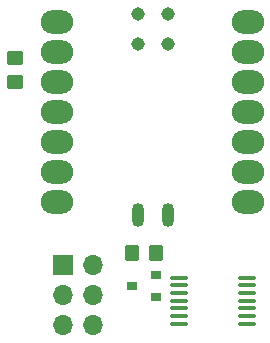
<source format=gbr>
%TF.GenerationSoftware,KiCad,Pcbnew,6.0.11-2627ca5db0~126~ubuntu22.04.1*%
%TF.CreationDate,2023-02-08T16:30:42-05:00*%
%TF.ProjectId,xiao-isp-programmer,7869616f-2d69-4737-902d-70726f677261,2.1*%
%TF.SameCoordinates,Original*%
%TF.FileFunction,Soldermask,Top*%
%TF.FilePolarity,Negative*%
%FSLAX46Y46*%
G04 Gerber Fmt 4.6, Leading zero omitted, Abs format (unit mm)*
G04 Created by KiCad (PCBNEW 6.0.11-2627ca5db0~126~ubuntu22.04.1) date 2023-02-08 16:30:42*
%MOMM*%
%LPD*%
G01*
G04 APERTURE LIST*
G04 Aperture macros list*
%AMRoundRect*
0 Rectangle with rounded corners*
0 $1 Rounding radius*
0 $2 $3 $4 $5 $6 $7 $8 $9 X,Y pos of 4 corners*
0 Add a 4 corners polygon primitive as box body*
4,1,4,$2,$3,$4,$5,$6,$7,$8,$9,$2,$3,0*
0 Add four circle primitives for the rounded corners*
1,1,$1+$1,$2,$3*
1,1,$1+$1,$4,$5*
1,1,$1+$1,$6,$7*
1,1,$1+$1,$8,$9*
0 Add four rect primitives between the rounded corners*
20,1,$1+$1,$2,$3,$4,$5,0*
20,1,$1+$1,$4,$5,$6,$7,0*
20,1,$1+$1,$6,$7,$8,$9,0*
20,1,$1+$1,$8,$9,$2,$3,0*%
G04 Aperture macros list end*
%ADD10O,2.748280X1.998980*%
%ADD11O,1.016000X2.032000*%
%ADD12C,1.143000*%
%ADD13R,1.700000X1.700000*%
%ADD14O,1.700000X1.700000*%
%ADD15R,0.900000X0.800000*%
%ADD16RoundRect,0.249999X0.350001X0.450001X-0.350001X0.450001X-0.350001X-0.450001X0.350001X-0.450001X0*%
%ADD17RoundRect,0.100000X0.637500X0.100000X-0.637500X0.100000X-0.637500X-0.100000X0.637500X-0.100000X0*%
%ADD18RoundRect,0.249999X0.450001X-0.350001X0.450001X0.350001X-0.450001X0.350001X-0.450001X-0.350001X0*%
G04 APERTURE END LIST*
D10*
%TO.C,U1*%
X65180681Y-147878801D03*
X65180681Y-150418801D03*
X65180681Y-152958801D03*
X65180681Y-155498801D03*
X65180681Y-158038801D03*
X65180681Y-160578801D03*
X65180681Y-163118801D03*
X49016121Y-163118801D03*
X49016121Y-160578801D03*
X49016121Y-158038801D03*
X49016121Y-155498801D03*
X49016121Y-152958801D03*
X49016121Y-150418801D03*
X49016121Y-147878801D03*
D11*
X55883001Y-164196621D03*
X58433001Y-164196621D03*
D12*
X55881804Y-147192434D03*
X58421804Y-147192434D03*
X55881804Y-149732434D03*
X58421804Y-149732434D03*
%TD*%
D13*
%TO.C,J1*%
X49530000Y-168402000D03*
D14*
X52070000Y-168402000D03*
X49530000Y-170942000D03*
X52070000Y-170942000D03*
X49530000Y-173482000D03*
X52070000Y-173482000D03*
%TD*%
D15*
%TO.C,Q1*%
X57404000Y-171130000D03*
X57404000Y-169230000D03*
X55404000Y-170180000D03*
%TD*%
D16*
%TO.C,R2*%
X57404000Y-167386000D03*
X55404000Y-167386000D03*
%TD*%
D17*
%TO.C,U2*%
X65092500Y-173400000D03*
X65092500Y-172750000D03*
X65092500Y-172100000D03*
X65092500Y-171450000D03*
X65092500Y-170800000D03*
X65092500Y-170150000D03*
X65092500Y-169500000D03*
X59367500Y-169500000D03*
X59367500Y-170150000D03*
X59367500Y-170800000D03*
X59367500Y-171450000D03*
X59367500Y-172100000D03*
X59367500Y-172750000D03*
X59367500Y-173400000D03*
%TD*%
D18*
%TO.C,R1*%
X45466000Y-152908000D03*
X45466000Y-150908000D03*
%TD*%
M02*

</source>
